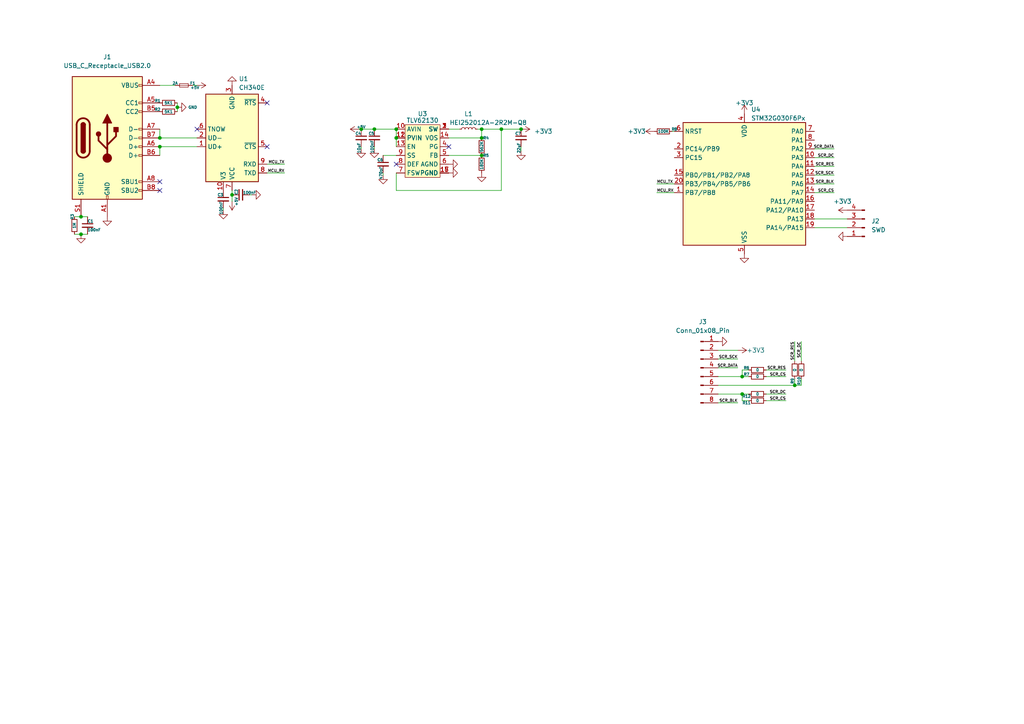
<source format=kicad_sch>
(kicad_sch (version 20230409) (generator eeschema)
  (paper "A4")
  (lib_symbols
    (symbol "Connector:Conn_01x04_Pin" (pin_names (offset 1.016) hide)
      (property "Reference" "J" (at 0 5.08 0))
      (property "Value" "Conn_01x04_Pin" (at 0 -7.62 0))
      (symbol "Conn_01x04_Pin_1_1"
        (polyline (pts (xy 1.27 -5.08) (xy 0.8636 -5.08)) (stroke (width 0.1524)))
        (polyline (pts (xy 1.27 -2.54) (xy 0.8636 -2.54)) (stroke (width 0.1524)))
        (polyline (pts (xy 1.27 0) (xy 0.8636 0)) (stroke (width 0.1524)))
        (polyline (pts (xy 1.27 2.54) (xy 0.8636 2.54)) (stroke (width 0.1524)))
        (rectangle (start 0.8636 -4.953) (end 0 -5.207) (stroke (width 0.1524)) (fill (type outline)))
        (rectangle (start 0.8636 -2.413) (end 0 -2.667) (stroke (width 0.1524)) (fill (type outline)))
        (rectangle (start 0.8636 0.127) (end 0 -0.127) (stroke (width 0.1524)) (fill (type outline)))
        (rectangle (start 0.8636 2.667) (end 0 2.413) (stroke (width 0.1524)) (fill (type outline)))
        (pin passive line (at 5.08 2.54 180) (length 3.81) (name "Pin_1") (number "1"))
        (pin passive line (at 5.08 0 180) (length 3.81) (name "Pin_2") (number "2"))
        (pin passive line (at 5.08 -2.54 180) (length 3.81) (name "Pin_3") (number "3"))
        (pin passive line (at 5.08 -5.08 180) (length 3.81) (name "Pin_4") (number "4"))
      )
    )
    (symbol "Connector:Conn_01x08_Pin" (pin_names (offset 1.016) hide)
      (property "Reference" "J" (at 0 10.16 0))
      (property "Value" "Conn_01x08_Pin" (at 0 -12.7 0))
      (symbol "Conn_01x08_Pin_1_1"
        (polyline (pts (xy 1.27 -10.16) (xy 0.8636 -10.16)) (stroke (width 0.1524)))
        (polyline (pts (xy 1.27 -7.62) (xy 0.8636 -7.62)) (stroke (width 0.1524)))
        (polyline (pts (xy 1.27 -5.08) (xy 0.8636 -5.08)) (stroke (width 0.1524)))
        (polyline (pts (xy 1.27 -2.54) (xy 0.8636 -2.54)) (stroke (width 0.1524)))
        (polyline (pts (xy 1.27 0) (xy 0.8636 0)) (stroke (width 0.1524)))
        (polyline (pts (xy 1.27 2.54) (xy 0.8636 2.54)) (stroke (width 0.1524)))
        (polyline (pts (xy 1.27 5.08) (xy 0.8636 5.08)) (stroke (width 0.1524)))
        (polyline (pts (xy 1.27 7.62) (xy 0.8636 7.62)) (stroke (width 0.1524)))
        (rectangle (start 0.8636 -10.033) (end 0 -10.287) (stroke (width 0.1524)) (fill (type outline)))
        (rectangle (start 0.8636 -7.493) (end 0 -7.747) (stroke (width 0.1524)) (fill (type outline)))
        (rectangle (start 0.8636 -4.953) (end 0 -5.207) (stroke (width 0.1524)) (fill (type outline)))
        (rectangle (start 0.8636 -2.413) (end 0 -2.667) (stroke (width 0.1524)) (fill (type outline)))
        (rectangle (start 0.8636 0.127) (end 0 -0.127) (stroke (width 0.1524)) (fill (type outline)))
        (rectangle (start 0.8636 2.667) (end 0 2.413) (stroke (width 0.1524)) (fill (type outline)))
        (rectangle (start 0.8636 5.207) (end 0 4.953) (stroke (width 0.1524)) (fill (type outline)))
        (rectangle (start 0.8636 7.747) (end 0 7.493) (stroke (width 0.1524)) (fill (type outline)))
        (pin passive line (at 5.08 7.62 180) (length 3.81) (name "Pin_1") (number "1"))
        (pin passive line (at 5.08 5.08 180) (length 3.81) (name "Pin_2") (number "2"))
        (pin passive line (at 5.08 2.54 180) (length 3.81) (name "Pin_3") (number "3"))
        (pin passive line (at 5.08 0 180) (length 3.81) (name "Pin_4") (number "4"))
        (pin passive line (at 5.08 -2.54 180) (length 3.81) (name "Pin_5") (number "5"))
        (pin passive line (at 5.08 -5.08 180) (length 3.81) (name "Pin_6") (number "6"))
        (pin passive line (at 5.08 -7.62 180) (length 3.81) (name "Pin_7") (number "7"))
        (pin passive line (at 5.08 -10.16 180) (length 3.81) (name "Pin_8") (number "8"))
      )
    )
    (symbol "Connector:USB_C_Receptacle_USB2.0" (pin_names (offset 1.016))
      (property "Reference" "J" (at -10.16 19.05 0))
      (property "Value" "USB_C_Receptacle_USB2.0" (at 19.05 19.05 0))
      (symbol "USB_C_Receptacle_USB2.0_0_0"
        (rectangle (start -0.254 -17.78) (end 0.254 -16.764))
        (rectangle (start 10.16 -14.986) (end 9.144 -15.494))
        (rectangle (start 10.16 -12.446) (end 9.144 -12.954))
        (rectangle (start 10.16 -4.826) (end 9.144 -5.334))
        (rectangle (start 10.16 -2.286) (end 9.144 -2.794))
        (rectangle (start 10.16 0.254) (end 9.144 -0.254))
        (rectangle (start 10.16 2.794) (end 9.144 2.286))
        (rectangle (start 10.16 7.874) (end 9.144 7.366))
        (rectangle (start 10.16 10.414) (end 9.144 9.906))
        (rectangle (start 10.16 15.494) (end 9.144 14.986))
      )
      (symbol "USB_C_Receptacle_USB2.0_0_1"
        (rectangle (start -10.16 17.78) (end 10.16 -17.78) (stroke (width 0.254)) (fill (type background)))
        (arc (start -8.89 -3.81) (mid -6.985 -5.7067) (end -5.08 -3.81) (stroke (width 0.508)))
        (arc (start -7.62 -3.81) (mid -6.985 -4.4423) (end -6.35 -3.81) (stroke (width 0.254)))
        (arc (start -7.62 -3.81) (mid -6.985 -4.4423) (end -6.35 -3.81) (stroke (width 0.254)) (fill (type outline)))
        (rectangle (start -7.62 -3.81) (end -6.35 3.81) (stroke (width 0.254)) (fill (type outline)))
        (arc (start -6.35 3.81) (mid -6.985 4.4423) (end -7.62 3.81) (stroke (width 0.254)))
        (arc (start -6.35 3.81) (mid -6.985 4.4423) (end -7.62 3.81) (stroke (width 0.254)) (fill (type outline)))
        (arc (start -5.08 3.81) (mid -6.985 5.7067) (end -8.89 3.81) (stroke (width 0.508)))
        (circle (center -2.54 1.143) (radius 0.635) (stroke (width 0.254)) (fill (type outline)))
        (circle (center 0 -5.842) (radius 1.27) (fill (type outline)))
        (polyline (pts (xy -8.89 -3.81) (xy -8.89 3.81)) (stroke (width 0.508)))
        (polyline (pts (xy -5.08 3.81) (xy -5.08 -3.81)) (stroke (width 0.508)))
        (polyline (pts (xy 0 -5.842) (xy 0 4.318)) (stroke (width 0.508)))
        (polyline (pts (xy 0 -3.302) (xy -2.54 -0.762) (xy -2.54 0.508)) (stroke (width 0.508)))
        (polyline (pts (xy 0 -2.032) (xy 2.54 0.508) (xy 2.54 1.778)) (stroke (width 0.508)))
        (polyline (pts (xy -1.27 4.318) (xy 0 6.858) (xy 1.27 4.318) (xy -1.27 4.318)) (stroke (width 0.254)) (fill (type outline)))
        (rectangle (start 1.905 1.778) (end 3.175 3.048) (stroke (width 0.254)) (fill (type outline)))
      )
      (symbol "USB_C_Receptacle_USB2.0_1_1"
        (pin passive line (at 0 -22.86 90) (length 5.08) (name "GND") (number "A1"))
        (pin passive line (at 0 -22.86 90) (length 5.08) hide (name "GND") (number "A12"))
        (pin passive line (at 15.24 15.24 180) (length 5.08) (name "VBUS") (number "A4"))
        (pin bidirectional line (at 15.24 10.16 180) (length 5.08) (name "CC1") (number "A5"))
        (pin bidirectional line (at 15.24 -2.54 180) (length 5.08) (name "D+") (number "A6"))
        (pin bidirectional line (at 15.24 2.54 180) (length 5.08) (name "D-") (number "A7"))
        (pin bidirectional line (at 15.24 -12.7 180) (length 5.08) (name "SBU1") (number "A8"))
        (pin passive line (at 15.24 15.24 180) (length 5.08) hide (name "VBUS") (number "A9"))
        (pin passive line (at 0 -22.86 90) (length 5.08) hide (name "GND") (number "B1"))
        (pin passive line (at 0 -22.86 90) (length 5.08) hide (name "GND") (number "B12"))
        (pin passive line (at 15.24 15.24 180) (length 5.08) hide (name "VBUS") (number "B4"))
        (pin bidirectional line (at 15.24 7.62 180) (length 5.08) (name "CC2") (number "B5"))
        (pin bidirectional line (at 15.24 -5.08 180) (length 5.08) (name "D+") (number "B6"))
        (pin bidirectional line (at 15.24 0 180) (length 5.08) (name "D-") (number "B7"))
        (pin bidirectional line (at 15.24 -15.24 180) (length 5.08) (name "SBU2") (number "B8"))
        (pin passive line (at 15.24 15.24 180) (length 5.08) hide (name "VBUS") (number "B9"))
        (pin passive line (at -7.62 -22.86 90) (length 5.08) (name "SHIELD") (number "S1"))
      )
    )
    (symbol "Device:C_Small" (pin_numbers hide) (pin_names (offset 0.254) hide)
      (property "Reference" "C" (at 0.254 1.778 0))
      (property "Value" "C_Small" (at 0.254 -2.032 0))
      (symbol "C_Small_0_1"
        (polyline (pts (xy -1.524 -0.508) (xy 1.524 -0.508)) (stroke (width 0.3302)))
        (polyline (pts (xy -1.524 0.508) (xy 1.524 0.508)) (stroke (width 0.3048)))
      )
      (symbol "C_Small_1_1"
        (pin passive line (at 0 2.54 270) (length 2.032) (name "~") (number "1"))
        (pin passive line (at 0 -2.54 90) (length 2.032) (name "~") (number "2"))
      )
    )
    (symbol "Device:Fuse_Small" (pin_numbers hide) (pin_names (offset 0.254) hide)
      (property "Reference" "F" (at 0 -1.524 0))
      (property "Value" "Fuse_Small" (at 0 1.524 0))
      (symbol "Fuse_Small_0_1"
        (rectangle (start -1.27 0.508) (end 1.27 -0.508))
        (polyline (pts (xy -1.27 0) (xy 1.27 0)))
      )
      (symbol "Fuse_Small_1_1"
        (pin passive line (at -2.54 0 0) (length 1.27) (name "~") (number "1"))
        (pin passive line (at 2.54 0 180) (length 1.27) (name "~") (number "2"))
      )
    )
    (symbol "Device:L_Small" (pin_numbers hide) (pin_names (offset 0.254) hide)
      (property "Reference" "L" (at 0.762 1.016 0))
      (property "Value" "L_Small" (at 0.762 -1.016 0))
      (symbol "L_Small_0_1"
        (arc (start 0 -2.032) (mid 0.5058 -1.524) (end 0 -1.016))
        (arc (start 0 -1.016) (mid 0.5058 -0.508) (end 0 0))
        (arc (start 0 0) (mid 0.5058 0.508) (end 0 1.016))
        (arc (start 0 1.016) (mid 0.5058 1.524) (end 0 2.032))
      )
      (symbol "L_Small_1_1"
        (pin passive line (at 0 2.54 270) (length 0.508) (name "~") (number "1"))
        (pin passive line (at 0 -2.54 90) (length 0.508) (name "~") (number "2"))
      )
    )
    (symbol "Device:R_Small" (pin_numbers hide) (pin_names (offset 0.254) hide)
      (property "Reference" "R" (at 0.762 0.508 0))
      (property "Value" "R_Small" (at 0.762 -1.016 0))
      (symbol "R_Small_0_1"
        (rectangle (start -0.762 1.778) (end 0.762 -1.778) (stroke (width 0.2032)))
      )
      (symbol "R_Small_1_1"
        (pin passive line (at 0 2.54 270) (length 0.762) (name "~") (number "1"))
        (pin passive line (at 0 -2.54 90) (length 0.762) (name "~") (number "2"))
      )
    )
    (symbol "HeartRateMonitor:TLV62130"
      (property "Reference" "U" (at 0 0 0))
      (symbol "TLV62130_1_1"
        (rectangle (start -5.08 -1.27) (end 5.08 -16.51) (fill (type background)))
        (pin output line (at 7.62 -2.54 180) (length 2.54) (name "SW") (number "1"))
        (pin input line (at -7.62 -2.54 0) (length 2.54) (name "AVIN") (number "10"))
        (pin input line (at -7.62 -5.08 0) (length 2.54) (name "PVIN") (number "11"))
        (pin input line (at -7.62 -5.08 0) (length 2.54) (name "PVIN") (number "12"))
        (pin input line (at -7.62 -7.62 0) (length 2.54) (name "EN") (number "13"))
        (pin input line (at 7.62 -5.08 180) (length 2.54) (name "VOS") (number "14"))
        (pin passive line (at 7.62 -15.24 180) (length 2.54) (name "PGND") (number "15"))
        (pin passive line (at 7.62 -15.24 180) (length 2.54) (name "PGND") (number "16"))
        (pin passive line (at 7.62 -15.24 180) (length 2.54) (name "PGND") (number "17"))
        (pin output line (at 7.62 -2.54 180) (length 2.54) (name "SW") (number "2"))
        (pin output line (at 7.62 -2.54 180) (length 2.54) (name "SW") (number "3"))
        (pin output line (at 7.62 -7.62 180) (length 2.54) (name "PG") (number "4"))
        (pin input line (at 7.62 -10.16 180) (length 2.54) (name "FB") (number "5"))
        (pin passive line (at 7.62 -12.7 180) (length 2.54) (name "AGND") (number "6"))
        (pin input line (at -7.62 -15.24 0) (length 2.54) (name "FSW") (number "7"))
        (pin input line (at -7.62 -12.7 0) (length 2.54) (name "DEF") (number "8"))
        (pin input line (at -7.62 -10.16 0) (length 2.54) (name "SS") (number "9"))
      )
    )
    (symbol "Interface_USB:CH340E"
      (property "Reference" "U" (at -5.08 13.97 0))
      (property "Value" "CH340E" (at 1.27 13.97 0))
      (symbol "CH340E_0_1"
        (rectangle (start -7.62 12.7) (end 7.62 -12.7) (stroke (width 0.254)) (fill (type background)))
      )
      (symbol "CH340E_1_1"
        (pin bidirectional line (at -10.16 2.54 0) (length 2.54) (name "UD+") (number "1"))
        (pin passive line (at -2.54 15.24 270) (length 2.54) (name "V3") (number "10"))
        (pin bidirectional line (at -10.16 0 0) (length 2.54) (name "UD-") (number "2"))
        (pin power_in line (at 0 -15.24 90) (length 2.54) (name "GND") (number "3"))
        (pin output line (at 10.16 -10.16 180) (length 2.54) (name "~{RTS}") (number "4"))
        (pin input line (at 10.16 2.54 180) (length 2.54) (name "~{CTS}") (number "5"))
        (pin output line (at -10.16 -2.54 0) (length 2.54) (name "TNOW") (number "6"))
        (pin power_in line (at 0 15.24 270) (length 2.54) (name "VCC") (number "7"))
        (pin output line (at 10.16 10.16 180) (length 2.54) (name "TXD") (number "8"))
        (pin input line (at 10.16 7.62 180) (length 2.54) (name "RXD") (number "9"))
      )
    )
    (symbol "MCU_ST_STM32G0:STM32G030F6Px"
      (property "Reference" "U" (at -17.78 19.05 0))
      (property "Value" "STM32G030F6Px" (at 2.54 19.05 0))
      (symbol "STM32G030F6Px_0_1"
        (rectangle (start -17.78 -17.78) (end 17.78 17.78) (stroke (width 0.254)) (fill (type background)))
      )
      (symbol "STM32G030F6Px_1_1"
        (pin bidirectional line (at -20.32 -2.54 0) (length 2.54) (name "PB7/PB8") (number "1"))
        (pin bidirectional line (at 20.32 7.62 180) (length 2.54) (name "PA3") (number "10"))
        (pin bidirectional line (at 20.32 5.08 180) (length 2.54) (name "PA4") (number "11"))
        (pin bidirectional line (at 20.32 2.54 180) (length 2.54) (name "PA5") (number "12"))
        (pin bidirectional line (at 20.32 0 180) (length 2.54) (name "PA6") (number "13"))
        (pin bidirectional line (at 20.32 -2.54 180) (length 2.54) (name "PA7") (number "14"))
        (pin bidirectional line (at -20.32 2.54 0) (length 2.54) (name "PB0/PB1/PB2/PA8") (number "15"))
        (pin bidirectional line (at 20.32 -5.08 180) (length 2.54) (name "PA11/PA9") (number "16"))
        (pin bidirectional line (at 20.32 -7.62 180) (length 2.54) (name "PA12/PA10") (number "17"))
        (pin bidirectional line (at 20.32 -10.16 180) (length 2.54) (name "PA13") (number "18"))
        (pin bidirectional line (at 20.32 -12.7 180) (length 2.54) (name "PA14/PA15") (number "19"))
        (pin bidirectional line (at -20.32 10.16 0) (length 2.54) (name "PC14/PB9") (number "2"))
        (pin bidirectional line (at -20.32 0 0) (length 2.54) (name "PB3/PB4/PB5/PB6") (number "20"))
        (pin bidirectional line (at -20.32 7.62 0) (length 2.54) (name "PC15") (number "3"))
        (pin power_in line (at 0 20.32 270) (length 2.54) (name "VDD") (number "4"))
        (pin power_in line (at 0 -20.32 90) (length 2.54) (name "VSS") (number "5"))
        (pin input line (at -20.32 15.24 0) (length 2.54) (name "NRST") (number "6"))
        (pin bidirectional line (at 20.32 15.24 180) (length 2.54) (name "PA0") (number "7"))
        (pin bidirectional line (at 20.32 12.7 180) (length 2.54) (name "PA1") (number "8"))
        (pin bidirectional line (at 20.32 10.16 180) (length 2.54) (name "PA2") (number "9"))
      )
    )
    (symbol "power:+3V3" (power) (pin_names (offset 0))
      (property "Value" "+3V3" (at 0 3.556 0))
      (symbol "+3V3_0_1"
        (polyline (pts (xy -0.762 1.27) (xy 0 2.54)))
        (polyline (pts (xy 0 0) (xy 0 2.54)))
        (polyline (pts (xy 0 2.54) (xy 0.762 1.27)))
      )
      (symbol "+3V3_1_1"
        (pin power_in line (at 0 0 90) (length 0) hide (name "+3V3") (number "1"))
      )
    )
    (symbol "power:+5V" (power) (pin_names (offset 0))
      (property "Value" "+5V" (at 0 3.556 0))
      (symbol "+5V_0_1"
        (polyline (pts (xy -0.762 1.27) (xy 0 2.54)))
        (polyline (pts (xy 0 0) (xy 0 2.54)))
        (polyline (pts (xy 0 2.54) (xy 0.762 1.27)))
      )
      (symbol "+5V_1_1"
        (pin power_in line (at 0 0 90) (length 0) hide (name "+5V") (number "1"))
      )
    )
    (symbol "power:GND" (power) (pin_names (offset 0))
      (property "Value" "GND" (at 0 -3.81 0))
      (symbol "GND_0_1"
        (polyline (pts (xy 0 0) (xy 0 -1.27) (xy 1.27 -1.27) (xy 0 -2.54) (xy -1.27 -1.27) (xy 0 -1.27)))
      )
      (symbol "GND_1_1"
        (pin power_in line (at 0 0 270) (length 0) hide (name "GND") (number "1"))
      )
    )
  )
  (junction (at 139.7 37.465))
  (junction (at 114.935 40.005))
  (junction (at 215.265 109.22))
  (junction (at 51.435 31.115))
  (junction (at 104.775 37.465))
  (junction (at 145.415 37.465))
  (junction (at 46.355 40.005))
  (junction (at 23.495 62.865))
  (junction (at 108.585 37.465))
  (junction (at 23.495 67.945))
  (junction (at 67.31 56.515))
  (junction (at 215.265 114.3))
  (junction (at 230.505 111.76))
  (junction (at 114.935 37.465))
  (junction (at 139.7 40.005))
  (junction (at 46.355 42.545))
  (junction (at 139.7 45.085))
  (junction (at 151.13 37.465))
  (no_connect (at 130.175 42.545))
  (no_connect (at 57.15 37.465))
  (no_connect (at 46.355 55.245))
  (no_connect (at 46.355 52.705))
  (no_connect (at 77.47 42.545))
  (no_connect (at 77.47 29.845))
  (no_connect (at 114.935 47.625))
  (wire (pts (xy 241.935 45.72) (xy 236.22 45.72)))
  (wire (pts (xy 46.355 42.545) (xy 57.15 42.545)))
  (wire (pts (xy 139.7 37.465) (xy 145.415 37.465)))
  (wire (pts (xy 108.585 42.545) (xy 108.585 43.18)))
  (wire (pts (xy 215.265 107.315) (xy 217.17 107.315)))
  (wire (pts (xy 194.945 38.1) (xy 195.58 38.1)))
  (wire (pts (xy 114.935 55.245) (xy 145.415 55.245)))
  (wire (pts (xy 208.28 109.22) (xy 215.265 109.22)))
  (wire (pts (xy 51.435 31.115) (xy 51.435 32.385)))
  (wire (pts (xy 104.14 37.465) (xy 104.775 37.465)))
  (wire (pts (xy 139.7 37.465) (xy 139.7 40.005)))
  (wire (pts (xy 82.55 47.625) (xy 77.47 47.625)))
  (wire (pts (xy 190.5 53.34) (xy 195.58 53.34)))
  (wire (pts (xy 64.77 60.325) (xy 64.77 60.96)))
  (wire (pts (xy 130.175 45.085) (xy 139.7 45.085)))
  (wire (pts (xy 230.505 111.76) (xy 232.41 111.76)))
  (wire (pts (xy 241.935 50.8) (xy 236.22 50.8)))
  (wire (pts (xy 57.15 24.765) (xy 55.88 24.765)))
  (wire (pts (xy 213.995 101.6) (xy 208.28 101.6)))
  (wire (pts (xy 215.265 107.315) (xy 215.265 109.22)))
  (wire (pts (xy 114.935 37.465) (xy 114.935 40.005)))
  (wire (pts (xy 241.935 55.88) (xy 236.22 55.88)))
  (wire (pts (xy 241.935 53.34) (xy 236.22 53.34)))
  (wire (pts (xy 46.355 45.085) (xy 46.355 42.545)))
  (wire (pts (xy 145.415 55.245) (xy 145.415 37.465)))
  (wire (pts (xy 236.22 66.04) (xy 245.745 66.04)))
  (wire (pts (xy 104.775 42.545) (xy 104.775 43.18)))
  (wire (pts (xy 114.935 50.165) (xy 114.935 55.245)))
  (wire (pts (xy 208.28 114.3) (xy 215.265 114.3)))
  (wire (pts (xy 227.965 107.315) (xy 222.25 107.315)))
  (wire (pts (xy 151.13 42.545) (xy 151.13 43.815)))
  (wire (pts (xy 215.265 116.205) (xy 217.17 116.205)))
  (wire (pts (xy 215.265 116.205) (xy 215.265 114.3)))
  (wire (pts (xy 217.17 114.3) (xy 215.265 114.3)))
  (wire (pts (xy 190.5 55.88) (xy 195.58 55.88)))
  (wire (pts (xy 82.55 50.165) (xy 77.47 50.165)))
  (wire (pts (xy 23.495 62.865) (xy 25.4 62.865)))
  (wire (pts (xy 21.59 62.865) (xy 23.495 62.865)))
  (wire (pts (xy 232.41 109.855) (xy 232.41 111.76)))
  (wire (pts (xy 67.31 56.515) (xy 67.31 58.42)))
  (wire (pts (xy 145.415 37.465) (xy 151.13 37.465)))
  (wire (pts (xy 227.965 116.205) (xy 222.25 116.205)))
  (wire (pts (xy 208.28 111.76) (xy 230.505 111.76)))
  (wire (pts (xy 104.775 37.465) (xy 108.585 37.465)))
  (wire (pts (xy 227.965 114.3) (xy 222.25 114.3)))
  (wire (pts (xy 232.41 99.06) (xy 232.41 104.775)))
  (wire (pts (xy 67.31 55.245) (xy 67.31 56.515)))
  (wire (pts (xy 57.15 40.005) (xy 46.355 40.005)))
  (wire (pts (xy 241.935 48.26) (xy 236.22 48.26)))
  (wire (pts (xy 130.175 37.465) (xy 133.35 37.465)))
  (wire (pts (xy 241.935 43.18) (xy 236.22 43.18)))
  (wire (pts (xy 46.355 24.765) (xy 50.8 24.765)))
  (wire (pts (xy 111.125 45.085) (xy 114.935 45.085)))
  (wire (pts (xy 23.495 67.945) (xy 25.4 67.945)))
  (wire (pts (xy 139.7 37.465) (xy 138.43 37.465)))
  (wire (pts (xy 46.355 40.005) (xy 46.355 37.465)))
  (wire (pts (xy 72.39 56.515) (xy 73.025 56.515)))
  (wire (pts (xy 139.7 40.005) (xy 130.175 40.005)))
  (wire (pts (xy 213.995 116.84) (xy 208.28 116.84)))
  (wire (pts (xy 227.965 109.22) (xy 222.25 109.22)))
  (wire (pts (xy 114.935 40.005) (xy 114.935 42.545)))
  (wire (pts (xy 236.22 63.5) (xy 245.745 63.5)))
  (wire (pts (xy 217.17 109.22) (xy 215.265 109.22)))
  (wire (pts (xy 21.59 67.945) (xy 23.495 67.945)))
  (wire (pts (xy 108.585 37.465) (xy 114.935 37.465)))
  (wire (pts (xy 213.995 106.68) (xy 208.28 106.68)))
  (wire (pts (xy 213.995 104.14) (xy 208.28 104.14)))
  (wire (pts (xy 230.505 111.76) (xy 230.505 109.855)))
  (wire (pts (xy 230.505 99.06) (xy 230.505 104.775)))
  (wire (pts (xy 111.125 50.165) (xy 111.125 50.8)))
  (wire (pts (xy 51.435 29.845) (xy 51.435 31.115)))
  (label "SCR_RES" (at 227.965 107.315 180) (effects (font (size 0.8 0.8))))
  (label "SCR_CS" (at 241.935 55.88 180) (effects (font (size 0.8 0.8))))
  (label "SCR_DC" (at 227.965 114.3 180) (effects (font (size 0.8 0.8))))
  (label "SCR_DC" (at 232.41 99.06 270) (effects (font (size 0.8 0.8))))
  (label "MCU_RX" (at 82.55 50.165 180) (effects (font (size 0.8 0.8))))
  (label "SCR_RES" (at 241.935 48.26 180) (effects (font (size 0.8 0.8))))
  (label "MCU_RX" (at 190.5 55.88 0) (effects (font (size 0.8 0.8))))
  (label "MCU_TX" (at 82.55 47.625 180) (effects (font (size 0.8 0.8))))
  (label "SCR_BLK" (at 213.995 116.84 180) (effects (font (size 0.8 0.8))))
  (label "SCR_CS" (at 227.965 116.205 180) (effects (font (size 0.8 0.8))))
  (label "SCR_DATA" (at 213.995 106.68 180) (effects (font (size 0.8 0.8))))
  (label "SCR_DATA" (at 241.935 43.18 180) (effects (font (size 0.8 0.8))))
  (label "SCR_RES" (at 230.505 99.06 270) (effects (font (size 0.8 0.8))))
  (label "SCR_SCK" (at 213.995 104.14 180) (effects (font (size 0.8 0.8))))
  (label "SCR_BLK" (at 241.935 53.34 180) (effects (font (size 0.8 0.8))))
  (label "SCR_DC" (at 241.935 45.72 180) (effects (font (size 0.8 0.8))))
  (label "SCR_CS" (at 227.965 109.22 180) (effects (font (size 0.8 0.8))))
  (label "SCR_SCK" (at 241.935 50.8 180) (effects (font (size 0.8 0.8))))
  (label "MCU_TX" (at 190.5 53.34 0) (effects (font (size 0.8 0.8))))
  (symbol (lib_id "Device:R_Small") (at 219.71 114.3 90) (mirror x) (unit 1)
    (property "Reference" "R12" (at 216.535 114.935 90) (effects (font (size 0.8 0.8))))
    (property "Value" "0" (at 219.71 114.3 90) (effects (font (size 0.8 0.8))))
    (property "Footprint" "Resistor_SMD:R_0603_1608Metric" (effects hide))
  )
  (symbol (lib_id "Device:C_Small") (at 25.4 65.405 0) (unit 1)
    (property "Reference" "C1" (at 25.4 64.135 0) (effects (font (size 0.8 0.8)) (justify left)))
    (property "Value" "100nF" (at 25.4 66.675 0) (effects (font (size 0.8 0.8)) (justify left)))
    (property "Footprint" "Capacitor_SMD:C_0603_1608Metric" (effects hide))
  )
  (symbol (lib_id "Device:L_Small") (at 135.89 37.465 90) (unit 1)
    (property "Reference" "L1" (at 135.89 33.02 90))
    (property "Value" "HEI252012A-2R2M-Q8" (at 141.605 35.56 90))
    (property "Footprint" "Inductor_SMD:L_1008_2520Metric" (effects hide))
  )
  (symbol (lib_id "Device:R_Small") (at 219.71 109.22 90) (unit 1)
    (property "Reference" "R7" (at 216.535 108.585 90) (effects (font (size 0.8 0.8))))
    (property "Value" "0" (at 219.71 109.22 90) (effects (font (size 0.8 0.8))))
    (property "Footprint" "Resistor_SMD:R_0603_1608Metric" (effects hide))
  )
  (symbol (lib_id "power:GND") (at 139.7 50.165 0) (unit 1)
    (property "Reference" "#PWR014" (effects hide))
    (property "Value" "GND" (effects hide))
  )
  (symbol (lib_id "power:GND") (at 23.495 67.945 0) (unit 1)
    (property "Reference" "#PWR04" (effects hide))
    (property "Value" "GND" (effects hide))
  )
  (symbol (lib_id "power:+3V3") (at 245.745 60.96 90) (unit 1)
    (property "Reference" "#PWR021" (effects hide))
    (property "Value" "+3V3" (at 247.015 58.42 90) (effects (justify left)))
  )
  (symbol (lib_id "power:+3V3") (at 215.9 33.02 0) (unit 1)
    (property "Reference" "#PWR018" (effects hide))
    (property "Value" "+3V3" (at 215.9 29.845 0))
  )
  (symbol (lib_id "power:GND") (at 130.175 47.625 90) (unit 1)
    (property "Reference" "#PWR013" (effects hide))
    (property "Value" "GND" (effects hide))
  )
  (symbol (lib_id "power:GND") (at 104.775 43.18 0) (unit 1)
    (property "Reference" "#PWR010" (effects hide))
    (property "Value" "GND" (effects hide))
  )
  (symbol (lib_id "Connector:Conn_01x04_Pin") (at 250.825 66.04 180) (unit 1)
    (property "Reference" "J2" (at 252.73 64.135 0) (effects (justify right)))
    (property "Value" "SWD" (at 252.73 66.675 0) (effects (justify right)))
    (property "Footprint" "Connector_PinHeader_2.54mm:PinHeader_1x04_P2.54mm_Vertical" (effects hide))
  )
  (symbol (lib_id "power:GND") (at 51.435 31.115 90) (unit 1)
    (property "Reference" "#PWR01" (effects hide))
    (property "Value" "GND" (at 54.61 31.115 90) (effects (font (size 0.8 0.8)) (justify right)))
  )
  (symbol (lib_id "Device:R_Small") (at 192.405 38.1 270) (unit 1)
    (property "Reference" "R8" (at 195.58 37.465 90) (effects (font (size 0.8 0.8))))
    (property "Value" "100K" (at 192.405 38.1 90) (effects (font (size 0.8 0.8))))
    (property "Footprint" "Resistor_SMD:R_0603_1608Metric" (effects hide))
  )
  (symbol (lib_id "Device:C_Small") (at 104.775 40.005 0) (mirror y) (unit 1)
    (property "Reference" "C4" (at 104.775 38.735 0) (effects (font (size 0.8 0.8)) (justify left)))
    (property "Value" "10uF" (at 104.14 44.45 90) (effects (font (size 0.8 0.8)) (justify left)))
    (property "Footprint" "Capacitor_SMD:C_0603_1608Metric" (effects hide))
  )
  (symbol (lib_id "Device:C_Small") (at 108.585 40.005 0) (mirror y) (unit 1)
    (property "Reference" "C5" (at 108.585 38.735 0) (effects (font (size 0.8 0.8)) (justify left)))
    (property "Value" "100nF" (at 107.95 44.45 90) (effects (font (size 0.8 0.8)) (justify left)))
    (property "Footprint" "Capacitor_SMD:C_0603_1608Metric" (effects hide))
  )
  (symbol (lib_id "Device:R_Small") (at 48.895 29.845 90) (unit 1)
    (property "Reference" "R1" (at 45.72 29.21 90) (effects (font (size 0.8 0.8))))
    (property "Value" "5K1" (at 48.895 29.845 90) (effects (font (size 0.8 0.8))))
    (property "Footprint" "Resistor_SMD:R_0603_1608Metric" (effects hide))
  )
  (symbol (lib_id "power:GND") (at 64.77 60.96 0) (unit 1)
    (property "Reference" "#PWR08" (effects hide))
    (property "Value" "GND" (effects hide))
  )
  (symbol (lib_id "power:GND") (at 151.13 43.815 0) (unit 1)
    (property "Reference" "#PWR017" (effects hide))
    (property "Value" "GND" (effects hide))
  )
  (symbol (lib_id "power:GND") (at 245.745 68.58 270) (unit 1)
    (property "Reference" "#PWR020" (effects hide))
    (property "Value" "GND" (effects hide))
  )
  (symbol (lib_id "Connector:USB_C_Receptacle_USB2.0") (at 31.115 40.005 0) (unit 1)
    (property "Reference" "J1" (at 31.115 16.51 0))
    (property "Value" "USB_C_Receptacle_USB2.0" (at 31.115 19.05 0))
    (property "Footprint" "FP:TYPE-C-31-M-31" (effects hide))
    (property "Datasheet" "https://www.usb.org/sites/default/files/documents/usb_type-c.zip" (effects hide))
  )
  (symbol (lib_id "power:GND") (at 130.175 50.165 90) (unit 1)
    (property "Reference" "#PWR012" (effects hide))
    (property "Value" "GND" (effects hide))
  )
  (symbol (lib_id "Connector:Conn_01x08_Pin") (at 203.2 106.68 0) (unit 1)
    (property "Reference" "J3" (at 203.835 93.345 0))
    (property "Value" "Conn_01x08_Pin" (at 203.835 95.885 0))
    (property "Footprint" "Connector_PinHeader_2.54mm:PinHeader_1x08_P2.54mm_Vertical" (effects hide))
  )
  (symbol (lib_id "HeartRateMonitor:TLV62130") (at 122.555 34.925 0) (unit 1)
    (property "Reference" "U3" (at 122.555 33.02 0))
    (property "Value" "TLV62130" (at 122.555 34.925 0))
    (property "Footprint" "Package_DFN_QFN:VQFN-16-1EP_3x3mm_P0.5mm_EP1.68x1.68mm" (effects hide))
  )
  (symbol (lib_id "Device:C_Small") (at 151.13 40.005 0) (mirror y) (unit 1)
    (property "Reference" "C7" (at 151.13 38.735 0) (effects (font (size 0.8 0.8)) (justify left)))
    (property "Value" "22uF" (at 150.495 44.45 90) (effects (font (size 0.8 0.8)) (justify left)))
    (property "Footprint" "Capacitor_SMD:C_0603_1608Metric" (effects hide))
  )
  (symbol (lib_id "Device:R_Small") (at 21.59 65.405 180) (unit 1)
    (property "Reference" "R3" (at 20.955 62.865 90) (effects (font (size 0.8 0.8))))
    (property "Value" "1M" (at 21.59 65.405 90) (effects (font (size 0.8 0.8))))
    (property "Footprint" "Resistor_SMD:R_0603_1608Metric" (effects hide))
  )
  (symbol (lib_id "Device:R_Small") (at 48.895 32.385 90) (unit 1)
    (property "Reference" "R2" (at 45.72 31.75 90) (effects (font (size 0.8 0.8))))
    (property "Value" "5K1" (at 48.895 32.385 90) (effects (font (size 0.8 0.8))))
    (property "Footprint" "Resistor_SMD:R_0603_1608Metric" (effects hide))
  )
  (symbol (lib_id "power:+3V3") (at 189.865 38.1 90) (unit 1)
    (property "Reference" "#PWR024" (effects hide))
    (property "Value" "+3V3" (at 187.325 38.1 90) (effects (justify left)))
  )
  (symbol (lib_id "power:+3V3") (at 213.995 101.6 270) (unit 1)
    (property "Reference" "#PWR023" (effects hide))
    (property "Value" "+3V3" (at 216.535 101.6 90) (effects (justify left)))
  )
  (symbol (lib_id "Device:Fuse_Small") (at 53.34 24.765 0) (unit 1)
    (property "Reference" "F1" (at 55.88 24.13 0) (effects (font (size 0.8 0.8))))
    (property "Value" "2A" (at 50.8 24.13 0) (effects (font (size 0.8 0.8))))
    (property "Footprint" "Fuse:Fuse_0805_2012Metric" (effects hide))
  )
  (symbol (lib_id "Device:R_Small") (at 230.505 107.315 180) (unit 1)
    (property "Reference" "R9" (at 229.87 110.49 90) (effects (font (size 0.8 0.8))))
    (property "Value" "0" (at 230.505 107.315 90) (effects (font (size 0.8 0.8))))
    (property "Footprint" "Resistor_SMD:R_0603_1608Metric" (effects hide))
  )
  (symbol (lib_id "Device:R_Small") (at 219.71 107.315 90) (unit 1)
    (property "Reference" "R6" (at 216.535 106.68 90) (effects (font (size 0.8 0.8))))
    (property "Value" "0" (at 219.71 107.315 90) (effects (font (size 0.8 0.8))))
    (property "Footprint" "Resistor_SMD:R_0603_1608Metric" (effects hide))
  )
  (symbol (lib_id "power:+3V3") (at 151.13 37.465 270) (unit 1)
    (property "Reference" "#PWR016" (effects hide))
    (property "Value" "+3V3" (at 154.94 38.1 90) (effects (justify left)))
  )
  (symbol (lib_id "Device:R_Small") (at 219.71 116.205 90) (mirror x) (unit 1)
    (property "Reference" "R11" (at 216.535 116.84 90) (effects (font (size 0.8 0.8))))
    (property "Value" "0" (at 219.71 116.205 90) (effects (font (size 0.8 0.8))))
    (property "Footprint" "Resistor_SMD:R_0603_1608Metric" (effects hide))
  )
  (symbol (lib_id "power:+5V") (at 104.14 37.465 90) (unit 1)
    (property "Reference" "#PWR09" (effects hide))
    (property "Value" "+5V" (at 106.045 36.83 90) (effects (font (size 0.8 0.8)) (justify left)))
  )
  (symbol (lib_id "power:GND") (at 215.9 73.66 0) (unit 1)
    (property "Reference" "#PWR019" (effects hide))
    (property "Value" "GND" (effects hide))
  )
  (symbol (lib_id "power:GND") (at 208.28 99.06 90) (unit 1)
    (property "Reference" "#PWR022" (effects hide))
    (property "Value" "GND" (effects hide))
  )
  (symbol (lib_id "Device:R_Small") (at 139.7 42.545 180) (unit 1)
    (property "Reference" "R4" (at 140.97 40.005 0) (effects (font (size 0.8 0.8))))
    (property "Value" "562K" (at 139.7 42.545 90) (effects (font (size 0.8 0.8))))
    (property "Footprint" "Resistor_SMD:R_0603_1608Metric" (effects hide))
  )
  (symbol (lib_id "Device:C_Small") (at 111.125 47.625 0) (mirror y) (unit 1)
    (property "Reference" "C6" (at 111.125 46.355 0) (effects (font (size 0.8 0.8)) (justify left)))
    (property "Value" "470pF" (at 110.49 52.07 90) (effects (font (size 0.8 0.8)) (justify left)))
    (property "Footprint" "Capacitor_SMD:C_0603_1608Metric" (effects hide))
  )
  (symbol (lib_id "power:GND") (at 31.115 62.865 0) (unit 1)
    (property "Reference" "#PWR03" (effects hide))
    (property "Value" "GND" (effects hide))
  )
  (symbol (lib_id "power:+5V") (at 57.15 24.765 270) (unit 1)
    (property "Reference" "#PWR02" (effects hide))
    (property "Value" "+5V" (at 55.245 25.4 90) (effects (font (size 0.8 0.8)) (justify left)))
  )
  (symbol (lib_id "Device:R_Small") (at 139.7 47.625 180) (unit 1)
    (property "Reference" "R5" (at 140.97 45.085 0) (effects (font (size 0.8 0.8))))
    (property "Value" "180K" (at 139.7 47.625 90) (effects (font (size 0.8 0.8))))
    (property "Footprint" "Resistor_SMD:R_0603_1608Metric" (effects hide))
  )
  (symbol (lib_id "power:GND") (at 108.585 43.18 0) (unit 1)
    (property "Reference" "#PWR011" (effects hide))
    (property "Value" "GND" (effects hide))
  )
  (symbol (lib_id "power:+5V") (at 67.31 58.42 180) (unit 1)
    (property "Reference" "#PWR06" (effects hide))
    (property "Value" "+5V" (at 68.58 57.15 90) (effects (font (size 0.8 0.8)) (justify left)))
  )
  (symbol (lib_id "power:GND") (at 73.025 56.515 90) (unit 1)
    (property "Reference" "#PWR07" (effects hide))
    (property "Value" "GND" (effects hide))
  )
  (symbol (lib_id "Device:R_Small") (at 232.41 107.315 180) (unit 1)
    (property "Reference" "R10" (at 231.775 110.49 90) (effects (font (size 0.8 0.8))))
    (property "Value" "0" (at 232.41 107.315 90) (effects (font (size 0.8 0.8))))
    (property "Footprint" "Resistor_SMD:R_0603_1608Metric" (effects hide))
  )
  (symbol (lib_id "Interface_USB:CH340E") (at 67.31 40.005 0) (mirror x) (unit 1)
    (property "Reference" "U1" (at 69.2659 22.86 0) (effects (justify left)))
    (property "Value" "CH340E" (at 69.2659 25.4 0) (effects (justify left)))
    (property "Footprint" "Package_SO:MSOP-10_3x3mm_P0.5mm" (effects hide))
    (property "Datasheet" "https://www.mpja.com/download/35227cpdata.pdf" (effects hide))
  )
  (symbol (lib_id "Device:C_Small") (at 69.85 56.515 90) (unit 1)
    (property "Reference" "C2" (at 68.58 56.515 0) (effects (font (size 0.8 0.8)) (justify left)))
    (property "Value" "100nF" (at 74.295 55.88 90) (effects (font (size 0.8 0.8)) (justify left)))
    (property "Footprint" "Capacitor_SMD:C_0603_1608Metric" (effects hide))
  )
  (symbol (lib_id "MCU_ST_STM32G0:STM32G030F6Px") (at 215.9 53.34 0) (unit 1)
    (property "Reference" "U4" (at 217.8559 31.75 0) (effects (justify left)))
    (property "Value" "STM32G030F6Px" (at 217.8559 34.29 0) (effects (justify left)))
    (property "Footprint" "Package_SO:TSSOP-20_4.4x6.5mm_P0.65mm" (effects hide))
    (property "Datasheet" "https://www.st.com/resource/en/datasheet/stm32g030f6.pdf" (effects hide))
  )
  (symbol (lib_id "power:GND") (at 67.31 24.765 180) (unit 1)
    (property "Reference" "#PWR05" (effects hide))
    (property "Value" "GND" (effects hide))
  )
  (symbol (lib_id "power:GND") (at 111.125 50.8 0) (unit 1)
    (property "Reference" "#PWR015" (effects hide))
    (property "Value" "GND" (effects hide))
  )
  (symbol (lib_id "Device:C_Small") (at 64.77 57.785 0) (mirror y) (unit 1)
    (property "Reference" "C3" (at 64.77 56.515 0) (effects (font (size 0.8 0.8)) (justify left)))
    (property "Value" "100nF" (at 64.135 62.23 90) (effects (font (size 0.8 0.8)) (justify left)))
    (property "Footprint" "Capacitor_SMD:C_0603_1608Metric" (effects hide))
  )
)
</source>
